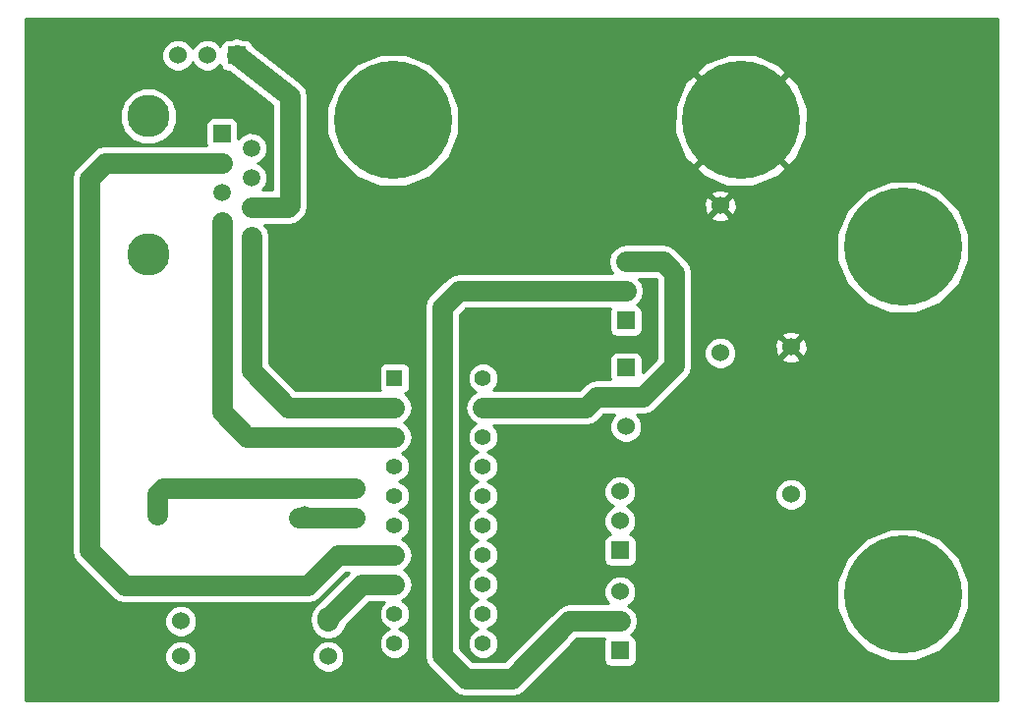
<source format=gbr>
G04 #@! TF.FileFunction,Copper,L1,Top,Signal*
%FSLAX46Y46*%
G04 Gerber Fmt 4.6, Leading zero omitted, Abs format (unit mm)*
G04 Created by KiCad (PCBNEW 4.0.7-e1-6374~58~ubuntu14.04.1) date Fri Aug 18 19:44:06 2017*
%MOMM*%
%LPD*%
G01*
G04 APERTURE LIST*
%ADD10C,0.100000*%
%ADD11R,1.524000X1.524000*%
%ADD12C,1.524000*%
%ADD13C,10.160000*%
%ADD14C,3.649980*%
%ADD15R,1.501140X1.501140*%
%ADD16C,1.501140*%
%ADD17C,1.397000*%
%ADD18R,1.397000X1.397000*%
%ADD19C,1.800000*%
%ADD20C,1.900000*%
%ADD21C,0.254000*%
G04 APERTURE END LIST*
D10*
D11*
X115316000Y-68580000D03*
D12*
X115316000Y-66040000D03*
X115316000Y-63500000D03*
D11*
X115316000Y-59944000D03*
D12*
X115316000Y-57404000D03*
X115316000Y-54864000D03*
D13*
X95758000Y-22860000D03*
X125730000Y-22860000D03*
D12*
X77470000Y-69088000D03*
X90170000Y-69088000D03*
D13*
X139700000Y-33782000D03*
X139700000Y-63754000D03*
D14*
X74676000Y-34386520D03*
X74676000Y-22517100D03*
D15*
X81026000Y-24003000D03*
D16*
X83566000Y-25273000D03*
X81026000Y-26543000D03*
X83566000Y-27813000D03*
X81026000Y-29083000D03*
X83566000Y-30353000D03*
X81026000Y-31623000D03*
X83566000Y-32893000D03*
D12*
X130048000Y-42418000D03*
X130048000Y-55118000D03*
X123952000Y-42926000D03*
X123952000Y-30226000D03*
X88138000Y-56896000D03*
X75438000Y-56896000D03*
X77470000Y-66040000D03*
X90170000Y-66040000D03*
D17*
X92456000Y-57150000D03*
X92456000Y-54610000D03*
D11*
X115824000Y-40132000D03*
D12*
X115824000Y-37592000D03*
X115824000Y-35052000D03*
D11*
X115824000Y-44196000D03*
D12*
X115824000Y-46736000D03*
X115824000Y-49276000D03*
D11*
X82296000Y-17272000D03*
D12*
X79756000Y-17272000D03*
X77216000Y-17272000D03*
D18*
X95885000Y-45085000D03*
D17*
X95885000Y-47625000D03*
X95885000Y-50165000D03*
X95885000Y-52705000D03*
X95885000Y-55245000D03*
X95885000Y-57785000D03*
X95885000Y-60325000D03*
X95885000Y-62865000D03*
X95885000Y-65405000D03*
X95885000Y-67945000D03*
X103505000Y-67945000D03*
X103505000Y-65405000D03*
X103505000Y-62865000D03*
X103505000Y-60325000D03*
X103505000Y-57785000D03*
X103505000Y-55245000D03*
X103505000Y-52705000D03*
X103505000Y-50165000D03*
X103505000Y-47625000D03*
X103505000Y-45085000D03*
D19*
X83566000Y-30353000D02*
X86741000Y-30353000D01*
X86741000Y-30353000D02*
X86868000Y-30226000D01*
X86868000Y-30226000D02*
X86868000Y-20828000D01*
X86868000Y-20828000D02*
X82296000Y-17272000D01*
D20*
X90170000Y-66040000D02*
X90170000Y-65786000D01*
D19*
X90170000Y-65786000D02*
X93091000Y-62865000D01*
X93091000Y-62865000D02*
X95885000Y-62865000D01*
X75438000Y-56896000D02*
X75438000Y-55118000D01*
X75438000Y-55118000D02*
X75946000Y-54610000D01*
X75946000Y-54610000D02*
X92456000Y-54610000D01*
X115824000Y-46736000D02*
X117264000Y-46736000D01*
X119052000Y-35052000D02*
X115824000Y-35052000D01*
X120000000Y-36000000D02*
X119052000Y-35052000D01*
X120000000Y-44000000D02*
X120000000Y-36000000D01*
X117264000Y-46736000D02*
X120000000Y-44000000D01*
X103505000Y-47625000D02*
X112375000Y-47625000D01*
X113264000Y-46736000D02*
X115824000Y-46736000D01*
X112375000Y-47625000D02*
X113264000Y-46736000D01*
X95885000Y-47625000D02*
X86741000Y-47625000D01*
X86741000Y-47625000D02*
X83566000Y-44450000D01*
X83566000Y-44450000D02*
X83566000Y-32893000D01*
X81026000Y-31623000D02*
X81026000Y-48006000D01*
X81026000Y-48006000D02*
X83185000Y-50165000D01*
X83185000Y-50165000D02*
X95885000Y-50165000D01*
X92456000Y-57150000D02*
X87630000Y-57150000D01*
X81026000Y-26543000D02*
X70993000Y-26543000D01*
X91059000Y-60325000D02*
X95885000Y-60325000D01*
X88392000Y-62992000D02*
X91059000Y-60325000D01*
X72644000Y-62992000D02*
X88392000Y-62992000D01*
X69596000Y-59944000D02*
X72644000Y-62992000D01*
X69596000Y-27940000D02*
X69596000Y-59944000D01*
X70993000Y-26543000D02*
X69596000Y-27940000D01*
X115824000Y-37592000D02*
X101408000Y-37592000D01*
X110960000Y-66040000D02*
X115316000Y-66040000D01*
X106000000Y-71000000D02*
X110960000Y-66040000D01*
X102000000Y-71000000D02*
X106000000Y-71000000D01*
X100000000Y-69000000D02*
X102000000Y-71000000D01*
X100000000Y-39000000D02*
X100000000Y-69000000D01*
X101408000Y-37592000D02*
X100000000Y-39000000D01*
D21*
G36*
X147873000Y-72873000D02*
X64127000Y-72873000D01*
X64127000Y-69364661D01*
X76072758Y-69364661D01*
X76284990Y-69878303D01*
X76677630Y-70271629D01*
X77190900Y-70484757D01*
X77746661Y-70485242D01*
X78260303Y-70273010D01*
X78653629Y-69880370D01*
X78866757Y-69367100D01*
X78866759Y-69364661D01*
X88772758Y-69364661D01*
X88984990Y-69878303D01*
X89377630Y-70271629D01*
X89890900Y-70484757D01*
X90446661Y-70485242D01*
X90960303Y-70273010D01*
X91353629Y-69880370D01*
X91566757Y-69367100D01*
X91567242Y-68811339D01*
X91355010Y-68297697D01*
X90962370Y-67904371D01*
X90449100Y-67691243D01*
X89893339Y-67690758D01*
X89379697Y-67902990D01*
X88986371Y-68295630D01*
X88773243Y-68808900D01*
X88772758Y-69364661D01*
X78866759Y-69364661D01*
X78867242Y-68811339D01*
X78655010Y-68297697D01*
X78262370Y-67904371D01*
X77749100Y-67691243D01*
X77193339Y-67690758D01*
X76679697Y-67902990D01*
X76286371Y-68295630D01*
X76073243Y-68808900D01*
X76072758Y-69364661D01*
X64127000Y-69364661D01*
X64127000Y-66316661D01*
X76072758Y-66316661D01*
X76284990Y-66830303D01*
X76677630Y-67223629D01*
X77190900Y-67436757D01*
X77746661Y-67437242D01*
X78260303Y-67225010D01*
X78653629Y-66832370D01*
X78866757Y-66319100D01*
X78867242Y-65763339D01*
X78655010Y-65249697D01*
X78262370Y-64856371D01*
X77749100Y-64643243D01*
X77193339Y-64642758D01*
X76679697Y-64854990D01*
X76286371Y-65247630D01*
X76073243Y-65760900D01*
X76072758Y-66316661D01*
X64127000Y-66316661D01*
X64127000Y-27940000D01*
X68061000Y-27940000D01*
X68061000Y-59944000D01*
X68177845Y-60531419D01*
X68510591Y-61029409D01*
X71558591Y-64077409D01*
X72056581Y-64410155D01*
X72644000Y-64527000D01*
X88392000Y-64527000D01*
X88979419Y-64410155D01*
X89477409Y-64077409D01*
X91694818Y-61860000D01*
X91925182Y-61860000D01*
X89262333Y-64522849D01*
X89049236Y-64665236D01*
X88705651Y-65179447D01*
X88585000Y-65786000D01*
X88585000Y-66040000D01*
X88705651Y-66646553D01*
X89049236Y-67160764D01*
X89563447Y-67504349D01*
X90170000Y-67625000D01*
X90776553Y-67504349D01*
X91290764Y-67160764D01*
X91634349Y-66646553D01*
X91672609Y-66454209D01*
X93726818Y-64400000D01*
X95004254Y-64400000D01*
X94755173Y-64648647D01*
X94551732Y-65138587D01*
X94551269Y-65669086D01*
X94753854Y-66159380D01*
X95128647Y-66534827D01*
X95466446Y-66675094D01*
X95130620Y-66813854D01*
X94755173Y-67188647D01*
X94551732Y-67678587D01*
X94551269Y-68209086D01*
X94753854Y-68699380D01*
X95128647Y-69074827D01*
X95618587Y-69278268D01*
X96149086Y-69278731D01*
X96639380Y-69076146D01*
X97014827Y-68701353D01*
X97218268Y-68211413D01*
X97218731Y-67680914D01*
X97016146Y-67190620D01*
X96641353Y-66815173D01*
X96303554Y-66674906D01*
X96639380Y-66536146D01*
X97014827Y-66161353D01*
X97218268Y-65671413D01*
X97218731Y-65140914D01*
X97016146Y-64650620D01*
X96641353Y-64275173D01*
X96544533Y-64234970D01*
X96970409Y-63950409D01*
X97303155Y-63452419D01*
X97420000Y-62865000D01*
X97303155Y-62277581D01*
X96970409Y-61779591D01*
X96694149Y-61595000D01*
X96970409Y-61410409D01*
X97303155Y-60912419D01*
X97420000Y-60325000D01*
X97303155Y-59737581D01*
X96970409Y-59239591D01*
X96544816Y-58955219D01*
X96639380Y-58916146D01*
X97014827Y-58541353D01*
X97218268Y-58051413D01*
X97218731Y-57520914D01*
X97016146Y-57030620D01*
X96641353Y-56655173D01*
X96303554Y-56514906D01*
X96639380Y-56376146D01*
X97014827Y-56001353D01*
X97218268Y-55511413D01*
X97218731Y-54980914D01*
X97016146Y-54490620D01*
X96641353Y-54115173D01*
X96303554Y-53974906D01*
X96639380Y-53836146D01*
X97014827Y-53461353D01*
X97218268Y-52971413D01*
X97218731Y-52440914D01*
X97016146Y-51950620D01*
X96641353Y-51575173D01*
X96544533Y-51534970D01*
X96970409Y-51250409D01*
X97303155Y-50752419D01*
X97420000Y-50165000D01*
X97303155Y-49577581D01*
X96970409Y-49079591D01*
X96694149Y-48895000D01*
X96970409Y-48710409D01*
X97303155Y-48212419D01*
X97420000Y-47625000D01*
X97303155Y-47037581D01*
X96970409Y-46539591D01*
X96758516Y-46398008D01*
X96818817Y-46386662D01*
X97034941Y-46247590D01*
X97179931Y-46035390D01*
X97230940Y-45783500D01*
X97230940Y-44386500D01*
X97186662Y-44151183D01*
X97047590Y-43935059D01*
X96835390Y-43790069D01*
X96583500Y-43739060D01*
X95186500Y-43739060D01*
X94951183Y-43783338D01*
X94735059Y-43922410D01*
X94590069Y-44134610D01*
X94539060Y-44386500D01*
X94539060Y-45783500D01*
X94583338Y-46018817D01*
X94629143Y-46090000D01*
X87376818Y-46090000D01*
X85101000Y-43814182D01*
X85101000Y-39000000D01*
X98465000Y-39000000D01*
X98465000Y-69000000D01*
X98581845Y-69587419D01*
X98914591Y-70085409D01*
X100914591Y-72085409D01*
X101412581Y-72418155D01*
X102000000Y-72535000D01*
X106000000Y-72535000D01*
X106587419Y-72418155D01*
X107085409Y-72085409D01*
X111595818Y-67575000D01*
X113955769Y-67575000D01*
X113906560Y-67818000D01*
X113906560Y-69342000D01*
X113950838Y-69577317D01*
X114089910Y-69793441D01*
X114302110Y-69938431D01*
X114554000Y-69989440D01*
X116078000Y-69989440D01*
X116313317Y-69945162D01*
X116529441Y-69806090D01*
X116674431Y-69593890D01*
X116725440Y-69342000D01*
X116725440Y-67818000D01*
X116681162Y-67582683D01*
X116542090Y-67366559D01*
X116329890Y-67221569D01*
X116274333Y-67210318D01*
X116401409Y-67125409D01*
X116734155Y-66627419D01*
X116851000Y-66040000D01*
X116734155Y-65452581D01*
X116401409Y-64954591D01*
X116298450Y-64885796D01*
X133984011Y-64885796D01*
X134852234Y-66987058D01*
X136458486Y-68596116D01*
X138558229Y-69468005D01*
X140831796Y-69469989D01*
X142933058Y-68601766D01*
X144542116Y-66995514D01*
X145414005Y-64895771D01*
X145415989Y-62622204D01*
X144547766Y-60520942D01*
X142941514Y-58911884D01*
X140841771Y-58039995D01*
X138568204Y-58038011D01*
X136466942Y-58906234D01*
X134857884Y-60512486D01*
X133985995Y-62612229D01*
X133984011Y-64885796D01*
X116298450Y-64885796D01*
X116039353Y-64712673D01*
X116106303Y-64685010D01*
X116499629Y-64292370D01*
X116712757Y-63779100D01*
X116713242Y-63223339D01*
X116501010Y-62709697D01*
X116108370Y-62316371D01*
X115595100Y-62103243D01*
X115039339Y-62102758D01*
X114525697Y-62314990D01*
X114132371Y-62707630D01*
X113919243Y-63220900D01*
X113918758Y-63776661D01*
X114130990Y-64290303D01*
X114345313Y-64505000D01*
X110960000Y-64505000D01*
X110372581Y-64621845D01*
X109874591Y-64954591D01*
X105364182Y-69465000D01*
X102635818Y-69465000D01*
X101535000Y-68364182D01*
X101535000Y-39635818D01*
X102043818Y-39127000D01*
X114463769Y-39127000D01*
X114414560Y-39370000D01*
X114414560Y-40894000D01*
X114458838Y-41129317D01*
X114597910Y-41345441D01*
X114810110Y-41490431D01*
X115062000Y-41541440D01*
X116586000Y-41541440D01*
X116821317Y-41497162D01*
X117037441Y-41358090D01*
X117182431Y-41145890D01*
X117233440Y-40894000D01*
X117233440Y-39370000D01*
X117189162Y-39134683D01*
X117050090Y-38918559D01*
X116837890Y-38773569D01*
X116782333Y-38762318D01*
X116909409Y-38677409D01*
X117242155Y-38179419D01*
X117359000Y-37592000D01*
X117242155Y-37004581D01*
X116963137Y-36587000D01*
X118416182Y-36587000D01*
X118465000Y-36635818D01*
X118465000Y-43364182D01*
X117233440Y-44595742D01*
X117233440Y-43434000D01*
X117189162Y-43198683D01*
X117050090Y-42982559D01*
X116837890Y-42837569D01*
X116586000Y-42786560D01*
X115062000Y-42786560D01*
X114826683Y-42830838D01*
X114610559Y-42969910D01*
X114465569Y-43182110D01*
X114414560Y-43434000D01*
X114414560Y-44958000D01*
X114458838Y-45193317D01*
X114463782Y-45201000D01*
X113264000Y-45201000D01*
X112676581Y-45317845D01*
X112178591Y-45650591D01*
X111739182Y-46090000D01*
X104385746Y-46090000D01*
X104634827Y-45841353D01*
X104838268Y-45351413D01*
X104838731Y-44820914D01*
X104636146Y-44330620D01*
X104261353Y-43955173D01*
X103771413Y-43751732D01*
X103240914Y-43751269D01*
X102750620Y-43953854D01*
X102375173Y-44328647D01*
X102171732Y-44818587D01*
X102171269Y-45349086D01*
X102373854Y-45839380D01*
X102748647Y-46214827D01*
X102845467Y-46255030D01*
X102419591Y-46539591D01*
X102086845Y-47037581D01*
X101970000Y-47625000D01*
X102086845Y-48212419D01*
X102419591Y-48710409D01*
X102845184Y-48994781D01*
X102750620Y-49033854D01*
X102375173Y-49408647D01*
X102171732Y-49898587D01*
X102171269Y-50429086D01*
X102373854Y-50919380D01*
X102748647Y-51294827D01*
X103086446Y-51435094D01*
X102750620Y-51573854D01*
X102375173Y-51948647D01*
X102171732Y-52438587D01*
X102171269Y-52969086D01*
X102373854Y-53459380D01*
X102748647Y-53834827D01*
X103086446Y-53975094D01*
X102750620Y-54113854D01*
X102375173Y-54488647D01*
X102171732Y-54978587D01*
X102171269Y-55509086D01*
X102373854Y-55999380D01*
X102748647Y-56374827D01*
X103086446Y-56515094D01*
X102750620Y-56653854D01*
X102375173Y-57028647D01*
X102171732Y-57518587D01*
X102171269Y-58049086D01*
X102373854Y-58539380D01*
X102748647Y-58914827D01*
X103086446Y-59055094D01*
X102750620Y-59193854D01*
X102375173Y-59568647D01*
X102171732Y-60058587D01*
X102171269Y-60589086D01*
X102373854Y-61079380D01*
X102748647Y-61454827D01*
X103086446Y-61595094D01*
X102750620Y-61733854D01*
X102375173Y-62108647D01*
X102171732Y-62598587D01*
X102171269Y-63129086D01*
X102373854Y-63619380D01*
X102748647Y-63994827D01*
X103086446Y-64135094D01*
X102750620Y-64273854D01*
X102375173Y-64648647D01*
X102171732Y-65138587D01*
X102171269Y-65669086D01*
X102373854Y-66159380D01*
X102748647Y-66534827D01*
X103086446Y-66675094D01*
X102750620Y-66813854D01*
X102375173Y-67188647D01*
X102171732Y-67678587D01*
X102171269Y-68209086D01*
X102373854Y-68699380D01*
X102748647Y-69074827D01*
X103238587Y-69278268D01*
X103769086Y-69278731D01*
X104259380Y-69076146D01*
X104634827Y-68701353D01*
X104838268Y-68211413D01*
X104838731Y-67680914D01*
X104636146Y-67190620D01*
X104261353Y-66815173D01*
X103923554Y-66674906D01*
X104259380Y-66536146D01*
X104634827Y-66161353D01*
X104838268Y-65671413D01*
X104838731Y-65140914D01*
X104636146Y-64650620D01*
X104261353Y-64275173D01*
X103923554Y-64134906D01*
X104259380Y-63996146D01*
X104634827Y-63621353D01*
X104838268Y-63131413D01*
X104838731Y-62600914D01*
X104636146Y-62110620D01*
X104261353Y-61735173D01*
X103923554Y-61594906D01*
X104259380Y-61456146D01*
X104634827Y-61081353D01*
X104838268Y-60591413D01*
X104838731Y-60060914D01*
X104636146Y-59570620D01*
X104261353Y-59195173D01*
X104229630Y-59182000D01*
X113906560Y-59182000D01*
X113906560Y-60706000D01*
X113950838Y-60941317D01*
X114089910Y-61157441D01*
X114302110Y-61302431D01*
X114554000Y-61353440D01*
X116078000Y-61353440D01*
X116313317Y-61309162D01*
X116529441Y-61170090D01*
X116674431Y-60957890D01*
X116725440Y-60706000D01*
X116725440Y-59182000D01*
X116681162Y-58946683D01*
X116542090Y-58730559D01*
X116329890Y-58585569D01*
X116146876Y-58548508D01*
X116499629Y-58196370D01*
X116712757Y-57683100D01*
X116713242Y-57127339D01*
X116501010Y-56613697D01*
X116108370Y-56220371D01*
X115900488Y-56134051D01*
X116106303Y-56049010D01*
X116499629Y-55656370D01*
X116608299Y-55394661D01*
X128650758Y-55394661D01*
X128862990Y-55908303D01*
X129255630Y-56301629D01*
X129768900Y-56514757D01*
X130324661Y-56515242D01*
X130838303Y-56303010D01*
X131231629Y-55910370D01*
X131444757Y-55397100D01*
X131445242Y-54841339D01*
X131233010Y-54327697D01*
X130840370Y-53934371D01*
X130327100Y-53721243D01*
X129771339Y-53720758D01*
X129257697Y-53932990D01*
X128864371Y-54325630D01*
X128651243Y-54838900D01*
X128650758Y-55394661D01*
X116608299Y-55394661D01*
X116712757Y-55143100D01*
X116713242Y-54587339D01*
X116501010Y-54073697D01*
X116108370Y-53680371D01*
X115595100Y-53467243D01*
X115039339Y-53466758D01*
X114525697Y-53678990D01*
X114132371Y-54071630D01*
X113919243Y-54584900D01*
X113918758Y-55140661D01*
X114130990Y-55654303D01*
X114523630Y-56047629D01*
X114731512Y-56133949D01*
X114525697Y-56218990D01*
X114132371Y-56611630D01*
X113919243Y-57124900D01*
X113918758Y-57680661D01*
X114130990Y-58194303D01*
X114483833Y-58547763D01*
X114318683Y-58578838D01*
X114102559Y-58717910D01*
X113957569Y-58930110D01*
X113906560Y-59182000D01*
X104229630Y-59182000D01*
X103923554Y-59054906D01*
X104259380Y-58916146D01*
X104634827Y-58541353D01*
X104838268Y-58051413D01*
X104838731Y-57520914D01*
X104636146Y-57030620D01*
X104261353Y-56655173D01*
X103923554Y-56514906D01*
X104259380Y-56376146D01*
X104634827Y-56001353D01*
X104838268Y-55511413D01*
X104838731Y-54980914D01*
X104636146Y-54490620D01*
X104261353Y-54115173D01*
X103923554Y-53974906D01*
X104259380Y-53836146D01*
X104634827Y-53461353D01*
X104838268Y-52971413D01*
X104838731Y-52440914D01*
X104636146Y-51950620D01*
X104261353Y-51575173D01*
X103923554Y-51434906D01*
X104259380Y-51296146D01*
X104634827Y-50921353D01*
X104838268Y-50431413D01*
X104838731Y-49900914D01*
X104636146Y-49410620D01*
X104385963Y-49160000D01*
X112375000Y-49160000D01*
X112962419Y-49043155D01*
X113460409Y-48710409D01*
X113899818Y-48271000D01*
X114853372Y-48271000D01*
X114640371Y-48483630D01*
X114427243Y-48996900D01*
X114426758Y-49552661D01*
X114638990Y-50066303D01*
X115031630Y-50459629D01*
X115544900Y-50672757D01*
X116100661Y-50673242D01*
X116614303Y-50461010D01*
X117007629Y-50068370D01*
X117220757Y-49555100D01*
X117221242Y-48999339D01*
X117009010Y-48485697D01*
X116794687Y-48271000D01*
X117264000Y-48271000D01*
X117851419Y-48154155D01*
X118349409Y-47821409D01*
X121085409Y-45085409D01*
X121418155Y-44587419D01*
X121535000Y-44000000D01*
X121535000Y-43202661D01*
X122554758Y-43202661D01*
X122766990Y-43716303D01*
X123159630Y-44109629D01*
X123672900Y-44322757D01*
X124228661Y-44323242D01*
X124742303Y-44111010D01*
X125135629Y-43718370D01*
X125268569Y-43398213D01*
X129247392Y-43398213D01*
X129316857Y-43640397D01*
X129840302Y-43827144D01*
X130395368Y-43799362D01*
X130779143Y-43640397D01*
X130848608Y-43398213D01*
X130048000Y-42597605D01*
X129247392Y-43398213D01*
X125268569Y-43398213D01*
X125348757Y-43205100D01*
X125349242Y-42649339D01*
X125167837Y-42210302D01*
X128638856Y-42210302D01*
X128666638Y-42765368D01*
X128825603Y-43149143D01*
X129067787Y-43218608D01*
X129868395Y-42418000D01*
X130227605Y-42418000D01*
X131028213Y-43218608D01*
X131270397Y-43149143D01*
X131457144Y-42625698D01*
X131429362Y-42070632D01*
X131270397Y-41686857D01*
X131028213Y-41617392D01*
X130227605Y-42418000D01*
X129868395Y-42418000D01*
X129067787Y-41617392D01*
X128825603Y-41686857D01*
X128638856Y-42210302D01*
X125167837Y-42210302D01*
X125137010Y-42135697D01*
X124744370Y-41742371D01*
X124231100Y-41529243D01*
X123675339Y-41528758D01*
X123161697Y-41740990D01*
X122768371Y-42133630D01*
X122555243Y-42646900D01*
X122554758Y-43202661D01*
X121535000Y-43202661D01*
X121535000Y-41437787D01*
X129247392Y-41437787D01*
X130048000Y-42238395D01*
X130848608Y-41437787D01*
X130779143Y-41195603D01*
X130255698Y-41008856D01*
X129700632Y-41036638D01*
X129316857Y-41195603D01*
X129247392Y-41437787D01*
X121535000Y-41437787D01*
X121535000Y-36000000D01*
X121418155Y-35412581D01*
X121085409Y-34914591D01*
X121084614Y-34913796D01*
X133984011Y-34913796D01*
X134852234Y-37015058D01*
X136458486Y-38624116D01*
X138558229Y-39496005D01*
X140831796Y-39497989D01*
X142933058Y-38629766D01*
X144542116Y-37023514D01*
X145414005Y-34923771D01*
X145415989Y-32650204D01*
X144547766Y-30548942D01*
X142941514Y-28939884D01*
X140841771Y-28067995D01*
X138568204Y-28066011D01*
X136466942Y-28934234D01*
X134857884Y-30540486D01*
X133985995Y-32640229D01*
X133984011Y-34913796D01*
X121084614Y-34913796D01*
X120137409Y-33966591D01*
X119639419Y-33633845D01*
X119052000Y-33517000D01*
X115824000Y-33517000D01*
X115236581Y-33633845D01*
X114738591Y-33966591D01*
X114405845Y-34464581D01*
X114289000Y-35052000D01*
X114405845Y-35639419D01*
X114684863Y-36057000D01*
X101408000Y-36057000D01*
X100820581Y-36173845D01*
X100322591Y-36506591D01*
X98914591Y-37914591D01*
X98581845Y-38412581D01*
X98465000Y-39000000D01*
X85101000Y-39000000D01*
X85101000Y-32893000D01*
X84984155Y-32305581D01*
X84705137Y-31888000D01*
X86741000Y-31888000D01*
X87328419Y-31771155D01*
X87826409Y-31438409D01*
X87953409Y-31311409D01*
X88023698Y-31206213D01*
X123151392Y-31206213D01*
X123220857Y-31448397D01*
X123744302Y-31635144D01*
X124299368Y-31607362D01*
X124683143Y-31448397D01*
X124752608Y-31206213D01*
X123952000Y-30405605D01*
X123151392Y-31206213D01*
X88023698Y-31206213D01*
X88286155Y-30813419D01*
X88403000Y-30226000D01*
X88403000Y-30018302D01*
X122542856Y-30018302D01*
X122570638Y-30573368D01*
X122729603Y-30957143D01*
X122971787Y-31026608D01*
X123772395Y-30226000D01*
X124131605Y-30226000D01*
X124932213Y-31026608D01*
X125174397Y-30957143D01*
X125361144Y-30433698D01*
X125333362Y-29878632D01*
X125174397Y-29494857D01*
X124932213Y-29425392D01*
X124131605Y-30226000D01*
X123772395Y-30226000D01*
X122971787Y-29425392D01*
X122729603Y-29494857D01*
X122542856Y-30018302D01*
X88403000Y-30018302D01*
X88403000Y-29245787D01*
X123151392Y-29245787D01*
X123952000Y-30046395D01*
X124752608Y-29245787D01*
X124683143Y-29003603D01*
X124159698Y-28816856D01*
X123604632Y-28844638D01*
X123220857Y-29003603D01*
X123151392Y-29245787D01*
X88403000Y-29245787D01*
X88403000Y-23991796D01*
X90042011Y-23991796D01*
X90910234Y-26093058D01*
X92516486Y-27702116D01*
X94616229Y-28574005D01*
X96889796Y-28575989D01*
X98991058Y-27707766D01*
X99743307Y-26956828D01*
X121812777Y-26956828D01*
X122408556Y-27647641D01*
X124493537Y-28554265D01*
X126766758Y-28593989D01*
X128882142Y-27760765D01*
X129051444Y-27647641D01*
X129647223Y-26956828D01*
X125730000Y-23039605D01*
X121812777Y-26956828D01*
X99743307Y-26956828D01*
X100600116Y-26101514D01*
X101472005Y-24001771D01*
X101472096Y-23896758D01*
X119996011Y-23896758D01*
X120829235Y-26012142D01*
X120942359Y-26181444D01*
X121633172Y-26777223D01*
X125550395Y-22860000D01*
X125909605Y-22860000D01*
X129826828Y-26777223D01*
X130517641Y-26181444D01*
X131424265Y-24096463D01*
X131463989Y-21823242D01*
X130630765Y-19707858D01*
X130517641Y-19538556D01*
X129826828Y-18942777D01*
X125909605Y-22860000D01*
X125550395Y-22860000D01*
X121633172Y-18942777D01*
X120942359Y-19538556D01*
X120035735Y-21623537D01*
X119996011Y-23896758D01*
X101472096Y-23896758D01*
X101473989Y-21728204D01*
X100605766Y-19626942D01*
X99743503Y-18763172D01*
X121812777Y-18763172D01*
X125730000Y-22680395D01*
X129647223Y-18763172D01*
X129051444Y-18072359D01*
X126966463Y-17165735D01*
X124693242Y-17126011D01*
X122577858Y-17959235D01*
X122408556Y-18072359D01*
X121812777Y-18763172D01*
X99743503Y-18763172D01*
X98999514Y-18017884D01*
X96899771Y-17145995D01*
X94626204Y-17144011D01*
X92524942Y-18012234D01*
X90915884Y-19618486D01*
X90043995Y-21718229D01*
X90042011Y-23991796D01*
X88403000Y-23991796D01*
X88403000Y-20828000D01*
X88384224Y-20733605D01*
X88391147Y-20637607D01*
X88326292Y-20442361D01*
X88286155Y-20240581D01*
X88232683Y-20160555D01*
X88202343Y-20069216D01*
X88067709Y-19913653D01*
X87953409Y-19742591D01*
X87873384Y-19689120D01*
X87810399Y-19616344D01*
X83686395Y-16408785D01*
X83661162Y-16274683D01*
X83522090Y-16058559D01*
X83309890Y-15913569D01*
X83058000Y-15862560D01*
X82843862Y-15862560D01*
X82702982Y-15791936D01*
X82105607Y-15748853D01*
X81763295Y-15862560D01*
X81534000Y-15862560D01*
X81298683Y-15906838D01*
X81082559Y-16045910D01*
X80937569Y-16258110D01*
X80900508Y-16441124D01*
X80548370Y-16088371D01*
X80035100Y-15875243D01*
X79479339Y-15874758D01*
X78965697Y-16086990D01*
X78572371Y-16479630D01*
X78486051Y-16687512D01*
X78401010Y-16481697D01*
X78008370Y-16088371D01*
X77495100Y-15875243D01*
X76939339Y-15874758D01*
X76425697Y-16086990D01*
X76032371Y-16479630D01*
X75819243Y-16992900D01*
X75818758Y-17548661D01*
X76030990Y-18062303D01*
X76423630Y-18455629D01*
X76936900Y-18668757D01*
X77492661Y-18669242D01*
X78006303Y-18457010D01*
X78399629Y-18064370D01*
X78485949Y-17856488D01*
X78570990Y-18062303D01*
X78963630Y-18455629D01*
X79476900Y-18668757D01*
X80032661Y-18669242D01*
X80546303Y-18457010D01*
X80899763Y-18104167D01*
X80930838Y-18269317D01*
X81069910Y-18485441D01*
X81282110Y-18630431D01*
X81534000Y-18681440D01*
X81607895Y-18681440D01*
X85333000Y-21578744D01*
X85333000Y-28818000D01*
X84520448Y-28818000D01*
X84739944Y-28598887D01*
X84951329Y-28089816D01*
X84951810Y-27538602D01*
X84741314Y-27029163D01*
X84351887Y-26639056D01*
X84120619Y-26543025D01*
X84349837Y-26448314D01*
X84739944Y-26058887D01*
X84951329Y-25549816D01*
X84951810Y-24998602D01*
X84741314Y-24489163D01*
X84351887Y-24099056D01*
X83842816Y-23887671D01*
X83291602Y-23887190D01*
X82782163Y-24097686D01*
X82424010Y-24455215D01*
X82424010Y-23252430D01*
X82379732Y-23017113D01*
X82240660Y-22800989D01*
X82028460Y-22655999D01*
X81776570Y-22604990D01*
X80275430Y-22604990D01*
X80040113Y-22649268D01*
X79823989Y-22788340D01*
X79678999Y-23000540D01*
X79627990Y-23252430D01*
X79627990Y-24753570D01*
X79672268Y-24988887D01*
X79684567Y-25008000D01*
X70993000Y-25008000D01*
X70405581Y-25124845D01*
X69907591Y-25457591D01*
X68510591Y-26854591D01*
X68177845Y-27352581D01*
X68061000Y-27940000D01*
X64127000Y-27940000D01*
X64127000Y-23004275D01*
X72215584Y-23004275D01*
X72589306Y-23908752D01*
X73280708Y-24601362D01*
X74184531Y-24976662D01*
X75163175Y-24977516D01*
X76067652Y-24603794D01*
X76760262Y-23912392D01*
X77135562Y-23008569D01*
X77136416Y-22029925D01*
X76762694Y-21125448D01*
X76071292Y-20432838D01*
X75167469Y-20057538D01*
X74188825Y-20056684D01*
X73284348Y-20430406D01*
X72591738Y-21121808D01*
X72216438Y-22025631D01*
X72215584Y-23004275D01*
X64127000Y-23004275D01*
X64127000Y-14127000D01*
X147873000Y-14127000D01*
X147873000Y-72873000D01*
X147873000Y-72873000D01*
G37*
X147873000Y-72873000D02*
X64127000Y-72873000D01*
X64127000Y-69364661D01*
X76072758Y-69364661D01*
X76284990Y-69878303D01*
X76677630Y-70271629D01*
X77190900Y-70484757D01*
X77746661Y-70485242D01*
X78260303Y-70273010D01*
X78653629Y-69880370D01*
X78866757Y-69367100D01*
X78866759Y-69364661D01*
X88772758Y-69364661D01*
X88984990Y-69878303D01*
X89377630Y-70271629D01*
X89890900Y-70484757D01*
X90446661Y-70485242D01*
X90960303Y-70273010D01*
X91353629Y-69880370D01*
X91566757Y-69367100D01*
X91567242Y-68811339D01*
X91355010Y-68297697D01*
X90962370Y-67904371D01*
X90449100Y-67691243D01*
X89893339Y-67690758D01*
X89379697Y-67902990D01*
X88986371Y-68295630D01*
X88773243Y-68808900D01*
X88772758Y-69364661D01*
X78866759Y-69364661D01*
X78867242Y-68811339D01*
X78655010Y-68297697D01*
X78262370Y-67904371D01*
X77749100Y-67691243D01*
X77193339Y-67690758D01*
X76679697Y-67902990D01*
X76286371Y-68295630D01*
X76073243Y-68808900D01*
X76072758Y-69364661D01*
X64127000Y-69364661D01*
X64127000Y-66316661D01*
X76072758Y-66316661D01*
X76284990Y-66830303D01*
X76677630Y-67223629D01*
X77190900Y-67436757D01*
X77746661Y-67437242D01*
X78260303Y-67225010D01*
X78653629Y-66832370D01*
X78866757Y-66319100D01*
X78867242Y-65763339D01*
X78655010Y-65249697D01*
X78262370Y-64856371D01*
X77749100Y-64643243D01*
X77193339Y-64642758D01*
X76679697Y-64854990D01*
X76286371Y-65247630D01*
X76073243Y-65760900D01*
X76072758Y-66316661D01*
X64127000Y-66316661D01*
X64127000Y-27940000D01*
X68061000Y-27940000D01*
X68061000Y-59944000D01*
X68177845Y-60531419D01*
X68510591Y-61029409D01*
X71558591Y-64077409D01*
X72056581Y-64410155D01*
X72644000Y-64527000D01*
X88392000Y-64527000D01*
X88979419Y-64410155D01*
X89477409Y-64077409D01*
X91694818Y-61860000D01*
X91925182Y-61860000D01*
X89262333Y-64522849D01*
X89049236Y-64665236D01*
X88705651Y-65179447D01*
X88585000Y-65786000D01*
X88585000Y-66040000D01*
X88705651Y-66646553D01*
X89049236Y-67160764D01*
X89563447Y-67504349D01*
X90170000Y-67625000D01*
X90776553Y-67504349D01*
X91290764Y-67160764D01*
X91634349Y-66646553D01*
X91672609Y-66454209D01*
X93726818Y-64400000D01*
X95004254Y-64400000D01*
X94755173Y-64648647D01*
X94551732Y-65138587D01*
X94551269Y-65669086D01*
X94753854Y-66159380D01*
X95128647Y-66534827D01*
X95466446Y-66675094D01*
X95130620Y-66813854D01*
X94755173Y-67188647D01*
X94551732Y-67678587D01*
X94551269Y-68209086D01*
X94753854Y-68699380D01*
X95128647Y-69074827D01*
X95618587Y-69278268D01*
X96149086Y-69278731D01*
X96639380Y-69076146D01*
X97014827Y-68701353D01*
X97218268Y-68211413D01*
X97218731Y-67680914D01*
X97016146Y-67190620D01*
X96641353Y-66815173D01*
X96303554Y-66674906D01*
X96639380Y-66536146D01*
X97014827Y-66161353D01*
X97218268Y-65671413D01*
X97218731Y-65140914D01*
X97016146Y-64650620D01*
X96641353Y-64275173D01*
X96544533Y-64234970D01*
X96970409Y-63950409D01*
X97303155Y-63452419D01*
X97420000Y-62865000D01*
X97303155Y-62277581D01*
X96970409Y-61779591D01*
X96694149Y-61595000D01*
X96970409Y-61410409D01*
X97303155Y-60912419D01*
X97420000Y-60325000D01*
X97303155Y-59737581D01*
X96970409Y-59239591D01*
X96544816Y-58955219D01*
X96639380Y-58916146D01*
X97014827Y-58541353D01*
X97218268Y-58051413D01*
X97218731Y-57520914D01*
X97016146Y-57030620D01*
X96641353Y-56655173D01*
X96303554Y-56514906D01*
X96639380Y-56376146D01*
X97014827Y-56001353D01*
X97218268Y-55511413D01*
X97218731Y-54980914D01*
X97016146Y-54490620D01*
X96641353Y-54115173D01*
X96303554Y-53974906D01*
X96639380Y-53836146D01*
X97014827Y-53461353D01*
X97218268Y-52971413D01*
X97218731Y-52440914D01*
X97016146Y-51950620D01*
X96641353Y-51575173D01*
X96544533Y-51534970D01*
X96970409Y-51250409D01*
X97303155Y-50752419D01*
X97420000Y-50165000D01*
X97303155Y-49577581D01*
X96970409Y-49079591D01*
X96694149Y-48895000D01*
X96970409Y-48710409D01*
X97303155Y-48212419D01*
X97420000Y-47625000D01*
X97303155Y-47037581D01*
X96970409Y-46539591D01*
X96758516Y-46398008D01*
X96818817Y-46386662D01*
X97034941Y-46247590D01*
X97179931Y-46035390D01*
X97230940Y-45783500D01*
X97230940Y-44386500D01*
X97186662Y-44151183D01*
X97047590Y-43935059D01*
X96835390Y-43790069D01*
X96583500Y-43739060D01*
X95186500Y-43739060D01*
X94951183Y-43783338D01*
X94735059Y-43922410D01*
X94590069Y-44134610D01*
X94539060Y-44386500D01*
X94539060Y-45783500D01*
X94583338Y-46018817D01*
X94629143Y-46090000D01*
X87376818Y-46090000D01*
X85101000Y-43814182D01*
X85101000Y-39000000D01*
X98465000Y-39000000D01*
X98465000Y-69000000D01*
X98581845Y-69587419D01*
X98914591Y-70085409D01*
X100914591Y-72085409D01*
X101412581Y-72418155D01*
X102000000Y-72535000D01*
X106000000Y-72535000D01*
X106587419Y-72418155D01*
X107085409Y-72085409D01*
X111595818Y-67575000D01*
X113955769Y-67575000D01*
X113906560Y-67818000D01*
X113906560Y-69342000D01*
X113950838Y-69577317D01*
X114089910Y-69793441D01*
X114302110Y-69938431D01*
X114554000Y-69989440D01*
X116078000Y-69989440D01*
X116313317Y-69945162D01*
X116529441Y-69806090D01*
X116674431Y-69593890D01*
X116725440Y-69342000D01*
X116725440Y-67818000D01*
X116681162Y-67582683D01*
X116542090Y-67366559D01*
X116329890Y-67221569D01*
X116274333Y-67210318D01*
X116401409Y-67125409D01*
X116734155Y-66627419D01*
X116851000Y-66040000D01*
X116734155Y-65452581D01*
X116401409Y-64954591D01*
X116298450Y-64885796D01*
X133984011Y-64885796D01*
X134852234Y-66987058D01*
X136458486Y-68596116D01*
X138558229Y-69468005D01*
X140831796Y-69469989D01*
X142933058Y-68601766D01*
X144542116Y-66995514D01*
X145414005Y-64895771D01*
X145415989Y-62622204D01*
X144547766Y-60520942D01*
X142941514Y-58911884D01*
X140841771Y-58039995D01*
X138568204Y-58038011D01*
X136466942Y-58906234D01*
X134857884Y-60512486D01*
X133985995Y-62612229D01*
X133984011Y-64885796D01*
X116298450Y-64885796D01*
X116039353Y-64712673D01*
X116106303Y-64685010D01*
X116499629Y-64292370D01*
X116712757Y-63779100D01*
X116713242Y-63223339D01*
X116501010Y-62709697D01*
X116108370Y-62316371D01*
X115595100Y-62103243D01*
X115039339Y-62102758D01*
X114525697Y-62314990D01*
X114132371Y-62707630D01*
X113919243Y-63220900D01*
X113918758Y-63776661D01*
X114130990Y-64290303D01*
X114345313Y-64505000D01*
X110960000Y-64505000D01*
X110372581Y-64621845D01*
X109874591Y-64954591D01*
X105364182Y-69465000D01*
X102635818Y-69465000D01*
X101535000Y-68364182D01*
X101535000Y-39635818D01*
X102043818Y-39127000D01*
X114463769Y-39127000D01*
X114414560Y-39370000D01*
X114414560Y-40894000D01*
X114458838Y-41129317D01*
X114597910Y-41345441D01*
X114810110Y-41490431D01*
X115062000Y-41541440D01*
X116586000Y-41541440D01*
X116821317Y-41497162D01*
X117037441Y-41358090D01*
X117182431Y-41145890D01*
X117233440Y-40894000D01*
X117233440Y-39370000D01*
X117189162Y-39134683D01*
X117050090Y-38918559D01*
X116837890Y-38773569D01*
X116782333Y-38762318D01*
X116909409Y-38677409D01*
X117242155Y-38179419D01*
X117359000Y-37592000D01*
X117242155Y-37004581D01*
X116963137Y-36587000D01*
X118416182Y-36587000D01*
X118465000Y-36635818D01*
X118465000Y-43364182D01*
X117233440Y-44595742D01*
X117233440Y-43434000D01*
X117189162Y-43198683D01*
X117050090Y-42982559D01*
X116837890Y-42837569D01*
X116586000Y-42786560D01*
X115062000Y-42786560D01*
X114826683Y-42830838D01*
X114610559Y-42969910D01*
X114465569Y-43182110D01*
X114414560Y-43434000D01*
X114414560Y-44958000D01*
X114458838Y-45193317D01*
X114463782Y-45201000D01*
X113264000Y-45201000D01*
X112676581Y-45317845D01*
X112178591Y-45650591D01*
X111739182Y-46090000D01*
X104385746Y-46090000D01*
X104634827Y-45841353D01*
X104838268Y-45351413D01*
X104838731Y-44820914D01*
X104636146Y-44330620D01*
X104261353Y-43955173D01*
X103771413Y-43751732D01*
X103240914Y-43751269D01*
X102750620Y-43953854D01*
X102375173Y-44328647D01*
X102171732Y-44818587D01*
X102171269Y-45349086D01*
X102373854Y-45839380D01*
X102748647Y-46214827D01*
X102845467Y-46255030D01*
X102419591Y-46539591D01*
X102086845Y-47037581D01*
X101970000Y-47625000D01*
X102086845Y-48212419D01*
X102419591Y-48710409D01*
X102845184Y-48994781D01*
X102750620Y-49033854D01*
X102375173Y-49408647D01*
X102171732Y-49898587D01*
X102171269Y-50429086D01*
X102373854Y-50919380D01*
X102748647Y-51294827D01*
X103086446Y-51435094D01*
X102750620Y-51573854D01*
X102375173Y-51948647D01*
X102171732Y-52438587D01*
X102171269Y-52969086D01*
X102373854Y-53459380D01*
X102748647Y-53834827D01*
X103086446Y-53975094D01*
X102750620Y-54113854D01*
X102375173Y-54488647D01*
X102171732Y-54978587D01*
X102171269Y-55509086D01*
X102373854Y-55999380D01*
X102748647Y-56374827D01*
X103086446Y-56515094D01*
X102750620Y-56653854D01*
X102375173Y-57028647D01*
X102171732Y-57518587D01*
X102171269Y-58049086D01*
X102373854Y-58539380D01*
X102748647Y-58914827D01*
X103086446Y-59055094D01*
X102750620Y-59193854D01*
X102375173Y-59568647D01*
X102171732Y-60058587D01*
X102171269Y-60589086D01*
X102373854Y-61079380D01*
X102748647Y-61454827D01*
X103086446Y-61595094D01*
X102750620Y-61733854D01*
X102375173Y-62108647D01*
X102171732Y-62598587D01*
X102171269Y-63129086D01*
X102373854Y-63619380D01*
X102748647Y-63994827D01*
X103086446Y-64135094D01*
X102750620Y-64273854D01*
X102375173Y-64648647D01*
X102171732Y-65138587D01*
X102171269Y-65669086D01*
X102373854Y-66159380D01*
X102748647Y-66534827D01*
X103086446Y-66675094D01*
X102750620Y-66813854D01*
X102375173Y-67188647D01*
X102171732Y-67678587D01*
X102171269Y-68209086D01*
X102373854Y-68699380D01*
X102748647Y-69074827D01*
X103238587Y-69278268D01*
X103769086Y-69278731D01*
X104259380Y-69076146D01*
X104634827Y-68701353D01*
X104838268Y-68211413D01*
X104838731Y-67680914D01*
X104636146Y-67190620D01*
X104261353Y-66815173D01*
X103923554Y-66674906D01*
X104259380Y-66536146D01*
X104634827Y-66161353D01*
X104838268Y-65671413D01*
X104838731Y-65140914D01*
X104636146Y-64650620D01*
X104261353Y-64275173D01*
X103923554Y-64134906D01*
X104259380Y-63996146D01*
X104634827Y-63621353D01*
X104838268Y-63131413D01*
X104838731Y-62600914D01*
X104636146Y-62110620D01*
X104261353Y-61735173D01*
X103923554Y-61594906D01*
X104259380Y-61456146D01*
X104634827Y-61081353D01*
X104838268Y-60591413D01*
X104838731Y-60060914D01*
X104636146Y-59570620D01*
X104261353Y-59195173D01*
X104229630Y-59182000D01*
X113906560Y-59182000D01*
X113906560Y-60706000D01*
X113950838Y-60941317D01*
X114089910Y-61157441D01*
X114302110Y-61302431D01*
X114554000Y-61353440D01*
X116078000Y-61353440D01*
X116313317Y-61309162D01*
X116529441Y-61170090D01*
X116674431Y-60957890D01*
X116725440Y-60706000D01*
X116725440Y-59182000D01*
X116681162Y-58946683D01*
X116542090Y-58730559D01*
X116329890Y-58585569D01*
X116146876Y-58548508D01*
X116499629Y-58196370D01*
X116712757Y-57683100D01*
X116713242Y-57127339D01*
X116501010Y-56613697D01*
X116108370Y-56220371D01*
X115900488Y-56134051D01*
X116106303Y-56049010D01*
X116499629Y-55656370D01*
X116608299Y-55394661D01*
X128650758Y-55394661D01*
X128862990Y-55908303D01*
X129255630Y-56301629D01*
X129768900Y-56514757D01*
X130324661Y-56515242D01*
X130838303Y-56303010D01*
X131231629Y-55910370D01*
X131444757Y-55397100D01*
X131445242Y-54841339D01*
X131233010Y-54327697D01*
X130840370Y-53934371D01*
X130327100Y-53721243D01*
X129771339Y-53720758D01*
X129257697Y-53932990D01*
X128864371Y-54325630D01*
X128651243Y-54838900D01*
X128650758Y-55394661D01*
X116608299Y-55394661D01*
X116712757Y-55143100D01*
X116713242Y-54587339D01*
X116501010Y-54073697D01*
X116108370Y-53680371D01*
X115595100Y-53467243D01*
X115039339Y-53466758D01*
X114525697Y-53678990D01*
X114132371Y-54071630D01*
X113919243Y-54584900D01*
X113918758Y-55140661D01*
X114130990Y-55654303D01*
X114523630Y-56047629D01*
X114731512Y-56133949D01*
X114525697Y-56218990D01*
X114132371Y-56611630D01*
X113919243Y-57124900D01*
X113918758Y-57680661D01*
X114130990Y-58194303D01*
X114483833Y-58547763D01*
X114318683Y-58578838D01*
X114102559Y-58717910D01*
X113957569Y-58930110D01*
X113906560Y-59182000D01*
X104229630Y-59182000D01*
X103923554Y-59054906D01*
X104259380Y-58916146D01*
X104634827Y-58541353D01*
X104838268Y-58051413D01*
X104838731Y-57520914D01*
X104636146Y-57030620D01*
X104261353Y-56655173D01*
X103923554Y-56514906D01*
X104259380Y-56376146D01*
X104634827Y-56001353D01*
X104838268Y-55511413D01*
X104838731Y-54980914D01*
X104636146Y-54490620D01*
X104261353Y-54115173D01*
X103923554Y-53974906D01*
X104259380Y-53836146D01*
X104634827Y-53461353D01*
X104838268Y-52971413D01*
X104838731Y-52440914D01*
X104636146Y-51950620D01*
X104261353Y-51575173D01*
X103923554Y-51434906D01*
X104259380Y-51296146D01*
X104634827Y-50921353D01*
X104838268Y-50431413D01*
X104838731Y-49900914D01*
X104636146Y-49410620D01*
X104385963Y-49160000D01*
X112375000Y-49160000D01*
X112962419Y-49043155D01*
X113460409Y-48710409D01*
X113899818Y-48271000D01*
X114853372Y-48271000D01*
X114640371Y-48483630D01*
X114427243Y-48996900D01*
X114426758Y-49552661D01*
X114638990Y-50066303D01*
X115031630Y-50459629D01*
X115544900Y-50672757D01*
X116100661Y-50673242D01*
X116614303Y-50461010D01*
X117007629Y-50068370D01*
X117220757Y-49555100D01*
X117221242Y-48999339D01*
X117009010Y-48485697D01*
X116794687Y-48271000D01*
X117264000Y-48271000D01*
X117851419Y-48154155D01*
X118349409Y-47821409D01*
X121085409Y-45085409D01*
X121418155Y-44587419D01*
X121535000Y-44000000D01*
X121535000Y-43202661D01*
X122554758Y-43202661D01*
X122766990Y-43716303D01*
X123159630Y-44109629D01*
X123672900Y-44322757D01*
X124228661Y-44323242D01*
X124742303Y-44111010D01*
X125135629Y-43718370D01*
X125268569Y-43398213D01*
X129247392Y-43398213D01*
X129316857Y-43640397D01*
X129840302Y-43827144D01*
X130395368Y-43799362D01*
X130779143Y-43640397D01*
X130848608Y-43398213D01*
X130048000Y-42597605D01*
X129247392Y-43398213D01*
X125268569Y-43398213D01*
X125348757Y-43205100D01*
X125349242Y-42649339D01*
X125167837Y-42210302D01*
X128638856Y-42210302D01*
X128666638Y-42765368D01*
X128825603Y-43149143D01*
X129067787Y-43218608D01*
X129868395Y-42418000D01*
X130227605Y-42418000D01*
X131028213Y-43218608D01*
X131270397Y-43149143D01*
X131457144Y-42625698D01*
X131429362Y-42070632D01*
X131270397Y-41686857D01*
X131028213Y-41617392D01*
X130227605Y-42418000D01*
X129868395Y-42418000D01*
X129067787Y-41617392D01*
X128825603Y-41686857D01*
X128638856Y-42210302D01*
X125167837Y-42210302D01*
X125137010Y-42135697D01*
X124744370Y-41742371D01*
X124231100Y-41529243D01*
X123675339Y-41528758D01*
X123161697Y-41740990D01*
X122768371Y-42133630D01*
X122555243Y-42646900D01*
X122554758Y-43202661D01*
X121535000Y-43202661D01*
X121535000Y-41437787D01*
X129247392Y-41437787D01*
X130048000Y-42238395D01*
X130848608Y-41437787D01*
X130779143Y-41195603D01*
X130255698Y-41008856D01*
X129700632Y-41036638D01*
X129316857Y-41195603D01*
X129247392Y-41437787D01*
X121535000Y-41437787D01*
X121535000Y-36000000D01*
X121418155Y-35412581D01*
X121085409Y-34914591D01*
X121084614Y-34913796D01*
X133984011Y-34913796D01*
X134852234Y-37015058D01*
X136458486Y-38624116D01*
X138558229Y-39496005D01*
X140831796Y-39497989D01*
X142933058Y-38629766D01*
X144542116Y-37023514D01*
X145414005Y-34923771D01*
X145415989Y-32650204D01*
X144547766Y-30548942D01*
X142941514Y-28939884D01*
X140841771Y-28067995D01*
X138568204Y-28066011D01*
X136466942Y-28934234D01*
X134857884Y-30540486D01*
X133985995Y-32640229D01*
X133984011Y-34913796D01*
X121084614Y-34913796D01*
X120137409Y-33966591D01*
X119639419Y-33633845D01*
X119052000Y-33517000D01*
X115824000Y-33517000D01*
X115236581Y-33633845D01*
X114738591Y-33966591D01*
X114405845Y-34464581D01*
X114289000Y-35052000D01*
X114405845Y-35639419D01*
X114684863Y-36057000D01*
X101408000Y-36057000D01*
X100820581Y-36173845D01*
X100322591Y-36506591D01*
X98914591Y-37914591D01*
X98581845Y-38412581D01*
X98465000Y-39000000D01*
X85101000Y-39000000D01*
X85101000Y-32893000D01*
X84984155Y-32305581D01*
X84705137Y-31888000D01*
X86741000Y-31888000D01*
X87328419Y-31771155D01*
X87826409Y-31438409D01*
X87953409Y-31311409D01*
X88023698Y-31206213D01*
X123151392Y-31206213D01*
X123220857Y-31448397D01*
X123744302Y-31635144D01*
X124299368Y-31607362D01*
X124683143Y-31448397D01*
X124752608Y-31206213D01*
X123952000Y-30405605D01*
X123151392Y-31206213D01*
X88023698Y-31206213D01*
X88286155Y-30813419D01*
X88403000Y-30226000D01*
X88403000Y-30018302D01*
X122542856Y-30018302D01*
X122570638Y-30573368D01*
X122729603Y-30957143D01*
X122971787Y-31026608D01*
X123772395Y-30226000D01*
X124131605Y-30226000D01*
X124932213Y-31026608D01*
X125174397Y-30957143D01*
X125361144Y-30433698D01*
X125333362Y-29878632D01*
X125174397Y-29494857D01*
X124932213Y-29425392D01*
X124131605Y-30226000D01*
X123772395Y-30226000D01*
X122971787Y-29425392D01*
X122729603Y-29494857D01*
X122542856Y-30018302D01*
X88403000Y-30018302D01*
X88403000Y-29245787D01*
X123151392Y-29245787D01*
X123952000Y-30046395D01*
X124752608Y-29245787D01*
X124683143Y-29003603D01*
X124159698Y-28816856D01*
X123604632Y-28844638D01*
X123220857Y-29003603D01*
X123151392Y-29245787D01*
X88403000Y-29245787D01*
X88403000Y-23991796D01*
X90042011Y-23991796D01*
X90910234Y-26093058D01*
X92516486Y-27702116D01*
X94616229Y-28574005D01*
X96889796Y-28575989D01*
X98991058Y-27707766D01*
X99743307Y-26956828D01*
X121812777Y-26956828D01*
X122408556Y-27647641D01*
X124493537Y-28554265D01*
X126766758Y-28593989D01*
X128882142Y-27760765D01*
X129051444Y-27647641D01*
X129647223Y-26956828D01*
X125730000Y-23039605D01*
X121812777Y-26956828D01*
X99743307Y-26956828D01*
X100600116Y-26101514D01*
X101472005Y-24001771D01*
X101472096Y-23896758D01*
X119996011Y-23896758D01*
X120829235Y-26012142D01*
X120942359Y-26181444D01*
X121633172Y-26777223D01*
X125550395Y-22860000D01*
X125909605Y-22860000D01*
X129826828Y-26777223D01*
X130517641Y-26181444D01*
X131424265Y-24096463D01*
X131463989Y-21823242D01*
X130630765Y-19707858D01*
X130517641Y-19538556D01*
X129826828Y-18942777D01*
X125909605Y-22860000D01*
X125550395Y-22860000D01*
X121633172Y-18942777D01*
X120942359Y-19538556D01*
X120035735Y-21623537D01*
X119996011Y-23896758D01*
X101472096Y-23896758D01*
X101473989Y-21728204D01*
X100605766Y-19626942D01*
X99743503Y-18763172D01*
X121812777Y-18763172D01*
X125730000Y-22680395D01*
X129647223Y-18763172D01*
X129051444Y-18072359D01*
X126966463Y-17165735D01*
X124693242Y-17126011D01*
X122577858Y-17959235D01*
X122408556Y-18072359D01*
X121812777Y-18763172D01*
X99743503Y-18763172D01*
X98999514Y-18017884D01*
X96899771Y-17145995D01*
X94626204Y-17144011D01*
X92524942Y-18012234D01*
X90915884Y-19618486D01*
X90043995Y-21718229D01*
X90042011Y-23991796D01*
X88403000Y-23991796D01*
X88403000Y-20828000D01*
X88384224Y-20733605D01*
X88391147Y-20637607D01*
X88326292Y-20442361D01*
X88286155Y-20240581D01*
X88232683Y-20160555D01*
X88202343Y-20069216D01*
X88067709Y-19913653D01*
X87953409Y-19742591D01*
X87873384Y-19689120D01*
X87810399Y-19616344D01*
X83686395Y-16408785D01*
X83661162Y-16274683D01*
X83522090Y-16058559D01*
X83309890Y-15913569D01*
X83058000Y-15862560D01*
X82843862Y-15862560D01*
X82702982Y-15791936D01*
X82105607Y-15748853D01*
X81763295Y-15862560D01*
X81534000Y-15862560D01*
X81298683Y-15906838D01*
X81082559Y-16045910D01*
X80937569Y-16258110D01*
X80900508Y-16441124D01*
X80548370Y-16088371D01*
X80035100Y-15875243D01*
X79479339Y-15874758D01*
X78965697Y-16086990D01*
X78572371Y-16479630D01*
X78486051Y-16687512D01*
X78401010Y-16481697D01*
X78008370Y-16088371D01*
X77495100Y-15875243D01*
X76939339Y-15874758D01*
X76425697Y-16086990D01*
X76032371Y-16479630D01*
X75819243Y-16992900D01*
X75818758Y-17548661D01*
X76030990Y-18062303D01*
X76423630Y-18455629D01*
X76936900Y-18668757D01*
X77492661Y-18669242D01*
X78006303Y-18457010D01*
X78399629Y-18064370D01*
X78485949Y-17856488D01*
X78570990Y-18062303D01*
X78963630Y-18455629D01*
X79476900Y-18668757D01*
X80032661Y-18669242D01*
X80546303Y-18457010D01*
X80899763Y-18104167D01*
X80930838Y-18269317D01*
X81069910Y-18485441D01*
X81282110Y-18630431D01*
X81534000Y-18681440D01*
X81607895Y-18681440D01*
X85333000Y-21578744D01*
X85333000Y-28818000D01*
X84520448Y-28818000D01*
X84739944Y-28598887D01*
X84951329Y-28089816D01*
X84951810Y-27538602D01*
X84741314Y-27029163D01*
X84351887Y-26639056D01*
X84120619Y-26543025D01*
X84349837Y-26448314D01*
X84739944Y-26058887D01*
X84951329Y-25549816D01*
X84951810Y-24998602D01*
X84741314Y-24489163D01*
X84351887Y-24099056D01*
X83842816Y-23887671D01*
X83291602Y-23887190D01*
X82782163Y-24097686D01*
X82424010Y-24455215D01*
X82424010Y-23252430D01*
X82379732Y-23017113D01*
X82240660Y-22800989D01*
X82028460Y-22655999D01*
X81776570Y-22604990D01*
X80275430Y-22604990D01*
X80040113Y-22649268D01*
X79823989Y-22788340D01*
X79678999Y-23000540D01*
X79627990Y-23252430D01*
X79627990Y-24753570D01*
X79672268Y-24988887D01*
X79684567Y-25008000D01*
X70993000Y-25008000D01*
X70405581Y-25124845D01*
X69907591Y-25457591D01*
X68510591Y-26854591D01*
X68177845Y-27352581D01*
X68061000Y-27940000D01*
X64127000Y-27940000D01*
X64127000Y-23004275D01*
X72215584Y-23004275D01*
X72589306Y-23908752D01*
X73280708Y-24601362D01*
X74184531Y-24976662D01*
X75163175Y-24977516D01*
X76067652Y-24603794D01*
X76760262Y-23912392D01*
X77135562Y-23008569D01*
X77136416Y-22029925D01*
X76762694Y-21125448D01*
X76071292Y-20432838D01*
X75167469Y-20057538D01*
X74188825Y-20056684D01*
X73284348Y-20430406D01*
X72591738Y-21121808D01*
X72216438Y-22025631D01*
X72215584Y-23004275D01*
X64127000Y-23004275D01*
X64127000Y-14127000D01*
X147873000Y-14127000D01*
X147873000Y-72873000D01*
M02*

</source>
